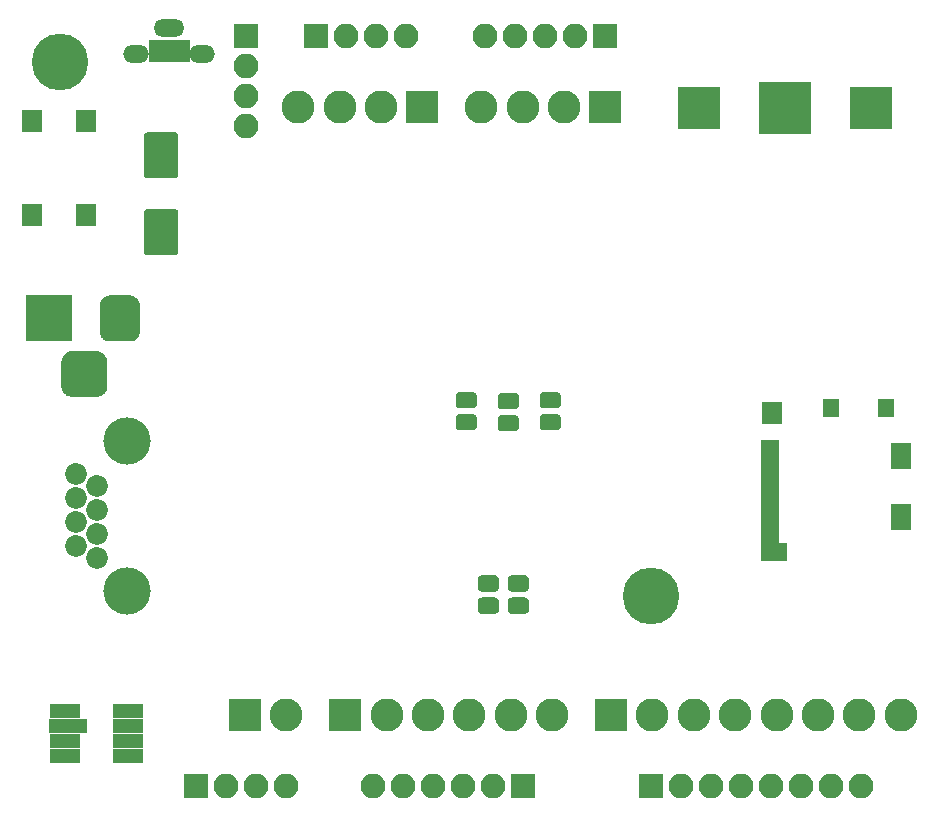
<source format=gbs>
G04 #@! TF.GenerationSoftware,KiCad,Pcbnew,(5.1.5)-3*
G04 #@! TF.CreationDate,2020-11-27T10:24:01+11:00*
G04 #@! TF.ProjectId,BoSL,426f534c-2e6b-4696-9361-645f70636258,0.4.2*
G04 #@! TF.SameCoordinates,Original*
G04 #@! TF.FileFunction,Soldermask,Bot*
G04 #@! TF.FilePolarity,Negative*
%FSLAX46Y46*%
G04 Gerber Fmt 4.6, Leading zero omitted, Abs format (unit mm)*
G04 Created by KiCad (PCBNEW (5.1.5)-3) date 2020-11-27 10:24:01*
%MOMM*%
%LPD*%
G04 APERTURE LIST*
%ADD10O,2.600000X1.500000*%
%ADD11O,2.200000X1.500000*%
%ADD12R,0.850000X1.900000*%
%ADD13R,3.600000X3.600000*%
%ADD14R,4.400000X4.400000*%
%ADD15R,1.700000X1.950000*%
%ADD16C,1.850000*%
%ADD17C,4.000000*%
%ADD18O,2.100000X2.100000*%
%ADD19R,2.100000X2.100000*%
%ADD20C,2.800000*%
%ADD21R,2.800000X2.800000*%
%ADD22C,4.800000*%
%ADD23C,0.100000*%
%ADD24R,3.900000X3.900000*%
%ADD25R,1.750000X2.300000*%
%ADD26R,1.400000X1.600000*%
%ADD27R,1.750000X1.950000*%
%ADD28R,2.200000X1.570000*%
%ADD29R,1.500000X1.150000*%
%ADD30R,1.500000X1.250000*%
%ADD31R,2.650000X1.300000*%
%ADD32R,3.200000X1.300000*%
G04 APERTURE END LIST*
D10*
X128100000Y-64825000D03*
D11*
X130900000Y-66975000D03*
X125300000Y-66975000D03*
D12*
X126800000Y-66725000D03*
X129400000Y-66725000D03*
X127450000Y-66725000D03*
X128750000Y-66725000D03*
X128100000Y-66725000D03*
D13*
X187500000Y-71600000D03*
X172900000Y-71600000D03*
D14*
X180200000Y-71600000D03*
D15*
X121000000Y-80650000D03*
X121000000Y-72700000D03*
X116500000Y-80650000D03*
X116500000Y-72700000D03*
D16*
X120182000Y-108710000D03*
X120182000Y-106670000D03*
X120182000Y-104630000D03*
X120182000Y-102590000D03*
X121960000Y-109690000D03*
X121960000Y-103570000D03*
X121960000Y-107650000D03*
X121960000Y-105610000D03*
D17*
X124500000Y-99800000D03*
X124500000Y-112500000D03*
D18*
X186620000Y-129000000D03*
X184080000Y-129000000D03*
X181540000Y-129000000D03*
X179000000Y-129000000D03*
X176460000Y-129000000D03*
X173920000Y-129000000D03*
X171380000Y-129000000D03*
D19*
X168840000Y-129000000D03*
D18*
X145340000Y-129000000D03*
X147880000Y-129000000D03*
X150420000Y-129000000D03*
X152960000Y-129000000D03*
X155500000Y-129000000D03*
D19*
X158040000Y-129000000D03*
D18*
X138000000Y-129000000D03*
X135460000Y-129000000D03*
X132920000Y-129000000D03*
D19*
X130380000Y-129000000D03*
D18*
X148120000Y-65500000D03*
X145580000Y-65500000D03*
X143040000Y-65500000D03*
D19*
X140500000Y-65500000D03*
D18*
X134600000Y-73120000D03*
X134600000Y-70580000D03*
X134600000Y-68040000D03*
D19*
X134600000Y-65500000D03*
D20*
X154500000Y-71500000D03*
X158000000Y-71500000D03*
X161500000Y-71500000D03*
D21*
X165000000Y-71500000D03*
D18*
X154840000Y-65500000D03*
X157380000Y-65500000D03*
X159920000Y-65500000D03*
X162460000Y-65500000D03*
D19*
X165000000Y-65500000D03*
D20*
X190000000Y-123000000D03*
X186500000Y-123000000D03*
X183000000Y-123000000D03*
X179500000Y-123000000D03*
X176000000Y-123000000D03*
X172500000Y-123000000D03*
X169000000Y-123000000D03*
D21*
X165500000Y-123000000D03*
D20*
X138000000Y-123000000D03*
D21*
X134500000Y-123000000D03*
D20*
X139000000Y-71500000D03*
X142500000Y-71500000D03*
X146000000Y-71500000D03*
D21*
X149500000Y-71500000D03*
D20*
X160500000Y-123000000D03*
X157000000Y-123000000D03*
X153500000Y-123000000D03*
X150000000Y-123000000D03*
X146500000Y-123000000D03*
D21*
X143000000Y-123000000D03*
D22*
X168900000Y-112900000D03*
X118800000Y-67700000D03*
D23*
G36*
X128588425Y-73651396D02*
G01*
X128616576Y-73655572D01*
X128644183Y-73662487D01*
X128670978Y-73672075D01*
X128696705Y-73684243D01*
X128721115Y-73698874D01*
X128743974Y-73715827D01*
X128765061Y-73734939D01*
X128784173Y-73756026D01*
X128801126Y-73778885D01*
X128815757Y-73803295D01*
X128827925Y-73829022D01*
X128837513Y-73855817D01*
X128844428Y-73883424D01*
X128848604Y-73911575D01*
X128850000Y-73940000D01*
X128850000Y-77260000D01*
X128848604Y-77288425D01*
X128844428Y-77316576D01*
X128837513Y-77344183D01*
X128827925Y-77370978D01*
X128815757Y-77396705D01*
X128801126Y-77421115D01*
X128784173Y-77443974D01*
X128765061Y-77465061D01*
X128743974Y-77484173D01*
X128721115Y-77501126D01*
X128696705Y-77515757D01*
X128670978Y-77527925D01*
X128644183Y-77537513D01*
X128616576Y-77544428D01*
X128588425Y-77548604D01*
X128560000Y-77550000D01*
X126240000Y-77550000D01*
X126211575Y-77548604D01*
X126183424Y-77544428D01*
X126155817Y-77537513D01*
X126129022Y-77527925D01*
X126103295Y-77515757D01*
X126078885Y-77501126D01*
X126056026Y-77484173D01*
X126034939Y-77465061D01*
X126015827Y-77443974D01*
X125998874Y-77421115D01*
X125984243Y-77396705D01*
X125972075Y-77370978D01*
X125962487Y-77344183D01*
X125955572Y-77316576D01*
X125951396Y-77288425D01*
X125950000Y-77260000D01*
X125950000Y-73940000D01*
X125951396Y-73911575D01*
X125955572Y-73883424D01*
X125962487Y-73855817D01*
X125972075Y-73829022D01*
X125984243Y-73803295D01*
X125998874Y-73778885D01*
X126015827Y-73756026D01*
X126034939Y-73734939D01*
X126056026Y-73715827D01*
X126078885Y-73698874D01*
X126103295Y-73684243D01*
X126129022Y-73672075D01*
X126155817Y-73662487D01*
X126183424Y-73655572D01*
X126211575Y-73651396D01*
X126240000Y-73650000D01*
X128560000Y-73650000D01*
X128588425Y-73651396D01*
G37*
G36*
X128588425Y-80151396D02*
G01*
X128616576Y-80155572D01*
X128644183Y-80162487D01*
X128670978Y-80172075D01*
X128696705Y-80184243D01*
X128721115Y-80198874D01*
X128743974Y-80215827D01*
X128765061Y-80234939D01*
X128784173Y-80256026D01*
X128801126Y-80278885D01*
X128815757Y-80303295D01*
X128827925Y-80329022D01*
X128837513Y-80355817D01*
X128844428Y-80383424D01*
X128848604Y-80411575D01*
X128850000Y-80440000D01*
X128850000Y-83760000D01*
X128848604Y-83788425D01*
X128844428Y-83816576D01*
X128837513Y-83844183D01*
X128827925Y-83870978D01*
X128815757Y-83896705D01*
X128801126Y-83921115D01*
X128784173Y-83943974D01*
X128765061Y-83965061D01*
X128743974Y-83984173D01*
X128721115Y-84001126D01*
X128696705Y-84015757D01*
X128670978Y-84027925D01*
X128644183Y-84037513D01*
X128616576Y-84044428D01*
X128588425Y-84048604D01*
X128560000Y-84050000D01*
X126240000Y-84050000D01*
X126211575Y-84048604D01*
X126183424Y-84044428D01*
X126155817Y-84037513D01*
X126129022Y-84027925D01*
X126103295Y-84015757D01*
X126078885Y-84001126D01*
X126056026Y-83984173D01*
X126034939Y-83965061D01*
X126015827Y-83943974D01*
X125998874Y-83921115D01*
X125984243Y-83896705D01*
X125972075Y-83870978D01*
X125962487Y-83844183D01*
X125955572Y-83816576D01*
X125951396Y-83788425D01*
X125950000Y-83760000D01*
X125950000Y-80440000D01*
X125951396Y-80411575D01*
X125955572Y-80383424D01*
X125962487Y-80355817D01*
X125972075Y-80329022D01*
X125984243Y-80303295D01*
X125998874Y-80278885D01*
X126015827Y-80256026D01*
X126034939Y-80234939D01*
X126056026Y-80215827D01*
X126078885Y-80198874D01*
X126103295Y-80184243D01*
X126129022Y-80172075D01*
X126155817Y-80162487D01*
X126183424Y-80155572D01*
X126211575Y-80151396D01*
X126240000Y-80150000D01*
X128560000Y-80150000D01*
X128588425Y-80151396D01*
G37*
G36*
X121970567Y-92154695D02*
G01*
X122065213Y-92168734D01*
X122158028Y-92191983D01*
X122248116Y-92224217D01*
X122334612Y-92265127D01*
X122416681Y-92314317D01*
X122493533Y-92371315D01*
X122564429Y-92435571D01*
X122628685Y-92506467D01*
X122685683Y-92583319D01*
X122734873Y-92665388D01*
X122775783Y-92751884D01*
X122808017Y-92841972D01*
X122831266Y-92934787D01*
X122845305Y-93029433D01*
X122850000Y-93125000D01*
X122850000Y-95075000D01*
X122845305Y-95170567D01*
X122831266Y-95265213D01*
X122808017Y-95358028D01*
X122775783Y-95448116D01*
X122734873Y-95534612D01*
X122685683Y-95616681D01*
X122628685Y-95693533D01*
X122564429Y-95764429D01*
X122493533Y-95828685D01*
X122416681Y-95885683D01*
X122334612Y-95934873D01*
X122248116Y-95975783D01*
X122158028Y-96008017D01*
X122065213Y-96031266D01*
X121970567Y-96045305D01*
X121875000Y-96050000D01*
X119925000Y-96050000D01*
X119829433Y-96045305D01*
X119734787Y-96031266D01*
X119641972Y-96008017D01*
X119551884Y-95975783D01*
X119465388Y-95934873D01*
X119383319Y-95885683D01*
X119306467Y-95828685D01*
X119235571Y-95764429D01*
X119171315Y-95693533D01*
X119114317Y-95616681D01*
X119065127Y-95534612D01*
X119024217Y-95448116D01*
X118991983Y-95358028D01*
X118968734Y-95265213D01*
X118954695Y-95170567D01*
X118950000Y-95075000D01*
X118950000Y-93125000D01*
X118954695Y-93029433D01*
X118968734Y-92934787D01*
X118991983Y-92841972D01*
X119024217Y-92751884D01*
X119065127Y-92665388D01*
X119114317Y-92583319D01*
X119171315Y-92506467D01*
X119235571Y-92435571D01*
X119306467Y-92371315D01*
X119383319Y-92314317D01*
X119465388Y-92265127D01*
X119551884Y-92224217D01*
X119641972Y-92191983D01*
X119734787Y-92168734D01*
X119829433Y-92154695D01*
X119925000Y-92150000D01*
X121875000Y-92150000D01*
X121970567Y-92154695D01*
G37*
G36*
X124833315Y-87454093D02*
G01*
X124915827Y-87466333D01*
X124996742Y-87486601D01*
X125075281Y-87514702D01*
X125150687Y-87550367D01*
X125222235Y-87593251D01*
X125289234Y-87642941D01*
X125351041Y-87698959D01*
X125407059Y-87760766D01*
X125456749Y-87827765D01*
X125499633Y-87899313D01*
X125535298Y-87974719D01*
X125563399Y-88053258D01*
X125583667Y-88134173D01*
X125595907Y-88216685D01*
X125600000Y-88300000D01*
X125600000Y-90500000D01*
X125595907Y-90583315D01*
X125583667Y-90665827D01*
X125563399Y-90746742D01*
X125535298Y-90825281D01*
X125499633Y-90900687D01*
X125456749Y-90972235D01*
X125407059Y-91039234D01*
X125351041Y-91101041D01*
X125289234Y-91157059D01*
X125222235Y-91206749D01*
X125150687Y-91249633D01*
X125075281Y-91285298D01*
X124996742Y-91313399D01*
X124915827Y-91333667D01*
X124833315Y-91345907D01*
X124750000Y-91350000D01*
X123050000Y-91350000D01*
X122966685Y-91345907D01*
X122884173Y-91333667D01*
X122803258Y-91313399D01*
X122724719Y-91285298D01*
X122649313Y-91249633D01*
X122577765Y-91206749D01*
X122510766Y-91157059D01*
X122448959Y-91101041D01*
X122392941Y-91039234D01*
X122343251Y-90972235D01*
X122300367Y-90900687D01*
X122264702Y-90825281D01*
X122236601Y-90746742D01*
X122216333Y-90665827D01*
X122204093Y-90583315D01*
X122200000Y-90500000D01*
X122200000Y-88300000D01*
X122204093Y-88216685D01*
X122216333Y-88134173D01*
X122236601Y-88053258D01*
X122264702Y-87974719D01*
X122300367Y-87899313D01*
X122343251Y-87827765D01*
X122392941Y-87760766D01*
X122448959Y-87698959D01*
X122510766Y-87642941D01*
X122577765Y-87593251D01*
X122649313Y-87550367D01*
X122724719Y-87514702D01*
X122803258Y-87486601D01*
X122884173Y-87466333D01*
X122966685Y-87454093D01*
X123050000Y-87450000D01*
X124750000Y-87450000D01*
X124833315Y-87454093D01*
G37*
D24*
X117900000Y-89400000D03*
D23*
G36*
X160931943Y-97511655D02*
G01*
X160965312Y-97516605D01*
X160998035Y-97524802D01*
X161029797Y-97536166D01*
X161060293Y-97550590D01*
X161089227Y-97567932D01*
X161116323Y-97588028D01*
X161141318Y-97610682D01*
X161163972Y-97635677D01*
X161184068Y-97662773D01*
X161201410Y-97691707D01*
X161215834Y-97722203D01*
X161227198Y-97753965D01*
X161235395Y-97786688D01*
X161240345Y-97820057D01*
X161242000Y-97853750D01*
X161242000Y-98541250D01*
X161240345Y-98574943D01*
X161235395Y-98608312D01*
X161227198Y-98641035D01*
X161215834Y-98672797D01*
X161201410Y-98703293D01*
X161184068Y-98732227D01*
X161163972Y-98759323D01*
X161141318Y-98784318D01*
X161116323Y-98806972D01*
X161089227Y-98827068D01*
X161060293Y-98844410D01*
X161029797Y-98858834D01*
X160998035Y-98870198D01*
X160965312Y-98878395D01*
X160931943Y-98883345D01*
X160898250Y-98885000D01*
X159785750Y-98885000D01*
X159752057Y-98883345D01*
X159718688Y-98878395D01*
X159685965Y-98870198D01*
X159654203Y-98858834D01*
X159623707Y-98844410D01*
X159594773Y-98827068D01*
X159567677Y-98806972D01*
X159542682Y-98784318D01*
X159520028Y-98759323D01*
X159499932Y-98732227D01*
X159482590Y-98703293D01*
X159468166Y-98672797D01*
X159456802Y-98641035D01*
X159448605Y-98608312D01*
X159443655Y-98574943D01*
X159442000Y-98541250D01*
X159442000Y-97853750D01*
X159443655Y-97820057D01*
X159448605Y-97786688D01*
X159456802Y-97753965D01*
X159468166Y-97722203D01*
X159482590Y-97691707D01*
X159499932Y-97662773D01*
X159520028Y-97635677D01*
X159542682Y-97610682D01*
X159567677Y-97588028D01*
X159594773Y-97567932D01*
X159623707Y-97550590D01*
X159654203Y-97536166D01*
X159685965Y-97524802D01*
X159718688Y-97516605D01*
X159752057Y-97511655D01*
X159785750Y-97510000D01*
X160898250Y-97510000D01*
X160931943Y-97511655D01*
G37*
G36*
X160931943Y-95636655D02*
G01*
X160965312Y-95641605D01*
X160998035Y-95649802D01*
X161029797Y-95661166D01*
X161060293Y-95675590D01*
X161089227Y-95692932D01*
X161116323Y-95713028D01*
X161141318Y-95735682D01*
X161163972Y-95760677D01*
X161184068Y-95787773D01*
X161201410Y-95816707D01*
X161215834Y-95847203D01*
X161227198Y-95878965D01*
X161235395Y-95911688D01*
X161240345Y-95945057D01*
X161242000Y-95978750D01*
X161242000Y-96666250D01*
X161240345Y-96699943D01*
X161235395Y-96733312D01*
X161227198Y-96766035D01*
X161215834Y-96797797D01*
X161201410Y-96828293D01*
X161184068Y-96857227D01*
X161163972Y-96884323D01*
X161141318Y-96909318D01*
X161116323Y-96931972D01*
X161089227Y-96952068D01*
X161060293Y-96969410D01*
X161029797Y-96983834D01*
X160998035Y-96995198D01*
X160965312Y-97003395D01*
X160931943Y-97008345D01*
X160898250Y-97010000D01*
X159785750Y-97010000D01*
X159752057Y-97008345D01*
X159718688Y-97003395D01*
X159685965Y-96995198D01*
X159654203Y-96983834D01*
X159623707Y-96969410D01*
X159594773Y-96952068D01*
X159567677Y-96931972D01*
X159542682Y-96909318D01*
X159520028Y-96884323D01*
X159499932Y-96857227D01*
X159482590Y-96828293D01*
X159468166Y-96797797D01*
X159456802Y-96766035D01*
X159448605Y-96733312D01*
X159443655Y-96699943D01*
X159442000Y-96666250D01*
X159442000Y-95978750D01*
X159443655Y-95945057D01*
X159448605Y-95911688D01*
X159456802Y-95878965D01*
X159468166Y-95847203D01*
X159482590Y-95816707D01*
X159499932Y-95787773D01*
X159520028Y-95760677D01*
X159542682Y-95735682D01*
X159567677Y-95713028D01*
X159594773Y-95692932D01*
X159623707Y-95675590D01*
X159654203Y-95661166D01*
X159685965Y-95649802D01*
X159718688Y-95641605D01*
X159752057Y-95636655D01*
X159785750Y-95635000D01*
X160898250Y-95635000D01*
X160931943Y-95636655D01*
G37*
G36*
X157375943Y-97591655D02*
G01*
X157409312Y-97596605D01*
X157442035Y-97604802D01*
X157473797Y-97616166D01*
X157504293Y-97630590D01*
X157533227Y-97647932D01*
X157560323Y-97668028D01*
X157585318Y-97690682D01*
X157607972Y-97715677D01*
X157628068Y-97742773D01*
X157645410Y-97771707D01*
X157659834Y-97802203D01*
X157671198Y-97833965D01*
X157679395Y-97866688D01*
X157684345Y-97900057D01*
X157686000Y-97933750D01*
X157686000Y-98621250D01*
X157684345Y-98654943D01*
X157679395Y-98688312D01*
X157671198Y-98721035D01*
X157659834Y-98752797D01*
X157645410Y-98783293D01*
X157628068Y-98812227D01*
X157607972Y-98839323D01*
X157585318Y-98864318D01*
X157560323Y-98886972D01*
X157533227Y-98907068D01*
X157504293Y-98924410D01*
X157473797Y-98938834D01*
X157442035Y-98950198D01*
X157409312Y-98958395D01*
X157375943Y-98963345D01*
X157342250Y-98965000D01*
X156229750Y-98965000D01*
X156196057Y-98963345D01*
X156162688Y-98958395D01*
X156129965Y-98950198D01*
X156098203Y-98938834D01*
X156067707Y-98924410D01*
X156038773Y-98907068D01*
X156011677Y-98886972D01*
X155986682Y-98864318D01*
X155964028Y-98839323D01*
X155943932Y-98812227D01*
X155926590Y-98783293D01*
X155912166Y-98752797D01*
X155900802Y-98721035D01*
X155892605Y-98688312D01*
X155887655Y-98654943D01*
X155886000Y-98621250D01*
X155886000Y-97933750D01*
X155887655Y-97900057D01*
X155892605Y-97866688D01*
X155900802Y-97833965D01*
X155912166Y-97802203D01*
X155926590Y-97771707D01*
X155943932Y-97742773D01*
X155964028Y-97715677D01*
X155986682Y-97690682D01*
X156011677Y-97668028D01*
X156038773Y-97647932D01*
X156067707Y-97630590D01*
X156098203Y-97616166D01*
X156129965Y-97604802D01*
X156162688Y-97596605D01*
X156196057Y-97591655D01*
X156229750Y-97590000D01*
X157342250Y-97590000D01*
X157375943Y-97591655D01*
G37*
G36*
X157375943Y-95716655D02*
G01*
X157409312Y-95721605D01*
X157442035Y-95729802D01*
X157473797Y-95741166D01*
X157504293Y-95755590D01*
X157533227Y-95772932D01*
X157560323Y-95793028D01*
X157585318Y-95815682D01*
X157607972Y-95840677D01*
X157628068Y-95867773D01*
X157645410Y-95896707D01*
X157659834Y-95927203D01*
X157671198Y-95958965D01*
X157679395Y-95991688D01*
X157684345Y-96025057D01*
X157686000Y-96058750D01*
X157686000Y-96746250D01*
X157684345Y-96779943D01*
X157679395Y-96813312D01*
X157671198Y-96846035D01*
X157659834Y-96877797D01*
X157645410Y-96908293D01*
X157628068Y-96937227D01*
X157607972Y-96964323D01*
X157585318Y-96989318D01*
X157560323Y-97011972D01*
X157533227Y-97032068D01*
X157504293Y-97049410D01*
X157473797Y-97063834D01*
X157442035Y-97075198D01*
X157409312Y-97083395D01*
X157375943Y-97088345D01*
X157342250Y-97090000D01*
X156229750Y-97090000D01*
X156196057Y-97088345D01*
X156162688Y-97083395D01*
X156129965Y-97075198D01*
X156098203Y-97063834D01*
X156067707Y-97049410D01*
X156038773Y-97032068D01*
X156011677Y-97011972D01*
X155986682Y-96989318D01*
X155964028Y-96964323D01*
X155943932Y-96937227D01*
X155926590Y-96908293D01*
X155912166Y-96877797D01*
X155900802Y-96846035D01*
X155892605Y-96813312D01*
X155887655Y-96779943D01*
X155886000Y-96746250D01*
X155886000Y-96058750D01*
X155887655Y-96025057D01*
X155892605Y-95991688D01*
X155900802Y-95958965D01*
X155912166Y-95927203D01*
X155926590Y-95896707D01*
X155943932Y-95867773D01*
X155964028Y-95840677D01*
X155986682Y-95815682D01*
X156011677Y-95793028D01*
X156038773Y-95772932D01*
X156067707Y-95755590D01*
X156098203Y-95741166D01*
X156129965Y-95729802D01*
X156162688Y-95721605D01*
X156196057Y-95716655D01*
X156229750Y-95715000D01*
X157342250Y-95715000D01*
X157375943Y-95716655D01*
G37*
G36*
X153819943Y-97511655D02*
G01*
X153853312Y-97516605D01*
X153886035Y-97524802D01*
X153917797Y-97536166D01*
X153948293Y-97550590D01*
X153977227Y-97567932D01*
X154004323Y-97588028D01*
X154029318Y-97610682D01*
X154051972Y-97635677D01*
X154072068Y-97662773D01*
X154089410Y-97691707D01*
X154103834Y-97722203D01*
X154115198Y-97753965D01*
X154123395Y-97786688D01*
X154128345Y-97820057D01*
X154130000Y-97853750D01*
X154130000Y-98541250D01*
X154128345Y-98574943D01*
X154123395Y-98608312D01*
X154115198Y-98641035D01*
X154103834Y-98672797D01*
X154089410Y-98703293D01*
X154072068Y-98732227D01*
X154051972Y-98759323D01*
X154029318Y-98784318D01*
X154004323Y-98806972D01*
X153977227Y-98827068D01*
X153948293Y-98844410D01*
X153917797Y-98858834D01*
X153886035Y-98870198D01*
X153853312Y-98878395D01*
X153819943Y-98883345D01*
X153786250Y-98885000D01*
X152673750Y-98885000D01*
X152640057Y-98883345D01*
X152606688Y-98878395D01*
X152573965Y-98870198D01*
X152542203Y-98858834D01*
X152511707Y-98844410D01*
X152482773Y-98827068D01*
X152455677Y-98806972D01*
X152430682Y-98784318D01*
X152408028Y-98759323D01*
X152387932Y-98732227D01*
X152370590Y-98703293D01*
X152356166Y-98672797D01*
X152344802Y-98641035D01*
X152336605Y-98608312D01*
X152331655Y-98574943D01*
X152330000Y-98541250D01*
X152330000Y-97853750D01*
X152331655Y-97820057D01*
X152336605Y-97786688D01*
X152344802Y-97753965D01*
X152356166Y-97722203D01*
X152370590Y-97691707D01*
X152387932Y-97662773D01*
X152408028Y-97635677D01*
X152430682Y-97610682D01*
X152455677Y-97588028D01*
X152482773Y-97567932D01*
X152511707Y-97550590D01*
X152542203Y-97536166D01*
X152573965Y-97524802D01*
X152606688Y-97516605D01*
X152640057Y-97511655D01*
X152673750Y-97510000D01*
X153786250Y-97510000D01*
X153819943Y-97511655D01*
G37*
G36*
X153819943Y-95636655D02*
G01*
X153853312Y-95641605D01*
X153886035Y-95649802D01*
X153917797Y-95661166D01*
X153948293Y-95675590D01*
X153977227Y-95692932D01*
X154004323Y-95713028D01*
X154029318Y-95735682D01*
X154051972Y-95760677D01*
X154072068Y-95787773D01*
X154089410Y-95816707D01*
X154103834Y-95847203D01*
X154115198Y-95878965D01*
X154123395Y-95911688D01*
X154128345Y-95945057D01*
X154130000Y-95978750D01*
X154130000Y-96666250D01*
X154128345Y-96699943D01*
X154123395Y-96733312D01*
X154115198Y-96766035D01*
X154103834Y-96797797D01*
X154089410Y-96828293D01*
X154072068Y-96857227D01*
X154051972Y-96884323D01*
X154029318Y-96909318D01*
X154004323Y-96931972D01*
X153977227Y-96952068D01*
X153948293Y-96969410D01*
X153917797Y-96983834D01*
X153886035Y-96995198D01*
X153853312Y-97003395D01*
X153819943Y-97008345D01*
X153786250Y-97010000D01*
X152673750Y-97010000D01*
X152640057Y-97008345D01*
X152606688Y-97003395D01*
X152573965Y-96995198D01*
X152542203Y-96983834D01*
X152511707Y-96969410D01*
X152482773Y-96952068D01*
X152455677Y-96931972D01*
X152430682Y-96909318D01*
X152408028Y-96884323D01*
X152387932Y-96857227D01*
X152370590Y-96828293D01*
X152356166Y-96797797D01*
X152344802Y-96766035D01*
X152336605Y-96733312D01*
X152331655Y-96699943D01*
X152330000Y-96666250D01*
X152330000Y-95978750D01*
X152331655Y-95945057D01*
X152336605Y-95911688D01*
X152344802Y-95878965D01*
X152356166Y-95847203D01*
X152370590Y-95816707D01*
X152387932Y-95787773D01*
X152408028Y-95760677D01*
X152430682Y-95735682D01*
X152455677Y-95713028D01*
X152482773Y-95692932D01*
X152511707Y-95675590D01*
X152542203Y-95661166D01*
X152573965Y-95649802D01*
X152606688Y-95641605D01*
X152640057Y-95636655D01*
X152673750Y-95635000D01*
X153786250Y-95635000D01*
X153819943Y-95636655D01*
G37*
G36*
X158229943Y-111156655D02*
G01*
X158263312Y-111161605D01*
X158296035Y-111169802D01*
X158327797Y-111181166D01*
X158358293Y-111195590D01*
X158387227Y-111212932D01*
X158414323Y-111233028D01*
X158439318Y-111255682D01*
X158461972Y-111280677D01*
X158482068Y-111307773D01*
X158499410Y-111336707D01*
X158513834Y-111367203D01*
X158525198Y-111398965D01*
X158533395Y-111431688D01*
X158538345Y-111465057D01*
X158540000Y-111498750D01*
X158540000Y-112186250D01*
X158538345Y-112219943D01*
X158533395Y-112253312D01*
X158525198Y-112286035D01*
X158513834Y-112317797D01*
X158499410Y-112348293D01*
X158482068Y-112377227D01*
X158461972Y-112404323D01*
X158439318Y-112429318D01*
X158414323Y-112451972D01*
X158387227Y-112472068D01*
X158358293Y-112489410D01*
X158327797Y-112503834D01*
X158296035Y-112515198D01*
X158263312Y-112523395D01*
X158229943Y-112528345D01*
X158196250Y-112530000D01*
X157083750Y-112530000D01*
X157050057Y-112528345D01*
X157016688Y-112523395D01*
X156983965Y-112515198D01*
X156952203Y-112503834D01*
X156921707Y-112489410D01*
X156892773Y-112472068D01*
X156865677Y-112451972D01*
X156840682Y-112429318D01*
X156818028Y-112404323D01*
X156797932Y-112377227D01*
X156780590Y-112348293D01*
X156766166Y-112317797D01*
X156754802Y-112286035D01*
X156746605Y-112253312D01*
X156741655Y-112219943D01*
X156740000Y-112186250D01*
X156740000Y-111498750D01*
X156741655Y-111465057D01*
X156746605Y-111431688D01*
X156754802Y-111398965D01*
X156766166Y-111367203D01*
X156780590Y-111336707D01*
X156797932Y-111307773D01*
X156818028Y-111280677D01*
X156840682Y-111255682D01*
X156865677Y-111233028D01*
X156892773Y-111212932D01*
X156921707Y-111195590D01*
X156952203Y-111181166D01*
X156983965Y-111169802D01*
X157016688Y-111161605D01*
X157050057Y-111156655D01*
X157083750Y-111155000D01*
X158196250Y-111155000D01*
X158229943Y-111156655D01*
G37*
G36*
X158229943Y-113031655D02*
G01*
X158263312Y-113036605D01*
X158296035Y-113044802D01*
X158327797Y-113056166D01*
X158358293Y-113070590D01*
X158387227Y-113087932D01*
X158414323Y-113108028D01*
X158439318Y-113130682D01*
X158461972Y-113155677D01*
X158482068Y-113182773D01*
X158499410Y-113211707D01*
X158513834Y-113242203D01*
X158525198Y-113273965D01*
X158533395Y-113306688D01*
X158538345Y-113340057D01*
X158540000Y-113373750D01*
X158540000Y-114061250D01*
X158538345Y-114094943D01*
X158533395Y-114128312D01*
X158525198Y-114161035D01*
X158513834Y-114192797D01*
X158499410Y-114223293D01*
X158482068Y-114252227D01*
X158461972Y-114279323D01*
X158439318Y-114304318D01*
X158414323Y-114326972D01*
X158387227Y-114347068D01*
X158358293Y-114364410D01*
X158327797Y-114378834D01*
X158296035Y-114390198D01*
X158263312Y-114398395D01*
X158229943Y-114403345D01*
X158196250Y-114405000D01*
X157083750Y-114405000D01*
X157050057Y-114403345D01*
X157016688Y-114398395D01*
X156983965Y-114390198D01*
X156952203Y-114378834D01*
X156921707Y-114364410D01*
X156892773Y-114347068D01*
X156865677Y-114326972D01*
X156840682Y-114304318D01*
X156818028Y-114279323D01*
X156797932Y-114252227D01*
X156780590Y-114223293D01*
X156766166Y-114192797D01*
X156754802Y-114161035D01*
X156746605Y-114128312D01*
X156741655Y-114094943D01*
X156740000Y-114061250D01*
X156740000Y-113373750D01*
X156741655Y-113340057D01*
X156746605Y-113306688D01*
X156754802Y-113273965D01*
X156766166Y-113242203D01*
X156780590Y-113211707D01*
X156797932Y-113182773D01*
X156818028Y-113155677D01*
X156840682Y-113130682D01*
X156865677Y-113108028D01*
X156892773Y-113087932D01*
X156921707Y-113070590D01*
X156952203Y-113056166D01*
X156983965Y-113044802D01*
X157016688Y-113036605D01*
X157050057Y-113031655D01*
X157083750Y-113030000D01*
X158196250Y-113030000D01*
X158229943Y-113031655D01*
G37*
G36*
X155689943Y-111156655D02*
G01*
X155723312Y-111161605D01*
X155756035Y-111169802D01*
X155787797Y-111181166D01*
X155818293Y-111195590D01*
X155847227Y-111212932D01*
X155874323Y-111233028D01*
X155899318Y-111255682D01*
X155921972Y-111280677D01*
X155942068Y-111307773D01*
X155959410Y-111336707D01*
X155973834Y-111367203D01*
X155985198Y-111398965D01*
X155993395Y-111431688D01*
X155998345Y-111465057D01*
X156000000Y-111498750D01*
X156000000Y-112186250D01*
X155998345Y-112219943D01*
X155993395Y-112253312D01*
X155985198Y-112286035D01*
X155973834Y-112317797D01*
X155959410Y-112348293D01*
X155942068Y-112377227D01*
X155921972Y-112404323D01*
X155899318Y-112429318D01*
X155874323Y-112451972D01*
X155847227Y-112472068D01*
X155818293Y-112489410D01*
X155787797Y-112503834D01*
X155756035Y-112515198D01*
X155723312Y-112523395D01*
X155689943Y-112528345D01*
X155656250Y-112530000D01*
X154543750Y-112530000D01*
X154510057Y-112528345D01*
X154476688Y-112523395D01*
X154443965Y-112515198D01*
X154412203Y-112503834D01*
X154381707Y-112489410D01*
X154352773Y-112472068D01*
X154325677Y-112451972D01*
X154300682Y-112429318D01*
X154278028Y-112404323D01*
X154257932Y-112377227D01*
X154240590Y-112348293D01*
X154226166Y-112317797D01*
X154214802Y-112286035D01*
X154206605Y-112253312D01*
X154201655Y-112219943D01*
X154200000Y-112186250D01*
X154200000Y-111498750D01*
X154201655Y-111465057D01*
X154206605Y-111431688D01*
X154214802Y-111398965D01*
X154226166Y-111367203D01*
X154240590Y-111336707D01*
X154257932Y-111307773D01*
X154278028Y-111280677D01*
X154300682Y-111255682D01*
X154325677Y-111233028D01*
X154352773Y-111212932D01*
X154381707Y-111195590D01*
X154412203Y-111181166D01*
X154443965Y-111169802D01*
X154476688Y-111161605D01*
X154510057Y-111156655D01*
X154543750Y-111155000D01*
X155656250Y-111155000D01*
X155689943Y-111156655D01*
G37*
G36*
X155689943Y-113031655D02*
G01*
X155723312Y-113036605D01*
X155756035Y-113044802D01*
X155787797Y-113056166D01*
X155818293Y-113070590D01*
X155847227Y-113087932D01*
X155874323Y-113108028D01*
X155899318Y-113130682D01*
X155921972Y-113155677D01*
X155942068Y-113182773D01*
X155959410Y-113211707D01*
X155973834Y-113242203D01*
X155985198Y-113273965D01*
X155993395Y-113306688D01*
X155998345Y-113340057D01*
X156000000Y-113373750D01*
X156000000Y-114061250D01*
X155998345Y-114094943D01*
X155993395Y-114128312D01*
X155985198Y-114161035D01*
X155973834Y-114192797D01*
X155959410Y-114223293D01*
X155942068Y-114252227D01*
X155921972Y-114279323D01*
X155899318Y-114304318D01*
X155874323Y-114326972D01*
X155847227Y-114347068D01*
X155818293Y-114364410D01*
X155787797Y-114378834D01*
X155756035Y-114390198D01*
X155723312Y-114398395D01*
X155689943Y-114403345D01*
X155656250Y-114405000D01*
X154543750Y-114405000D01*
X154510057Y-114403345D01*
X154476688Y-114398395D01*
X154443965Y-114390198D01*
X154412203Y-114378834D01*
X154381707Y-114364410D01*
X154352773Y-114347068D01*
X154325677Y-114326972D01*
X154300682Y-114304318D01*
X154278028Y-114279323D01*
X154257932Y-114252227D01*
X154240590Y-114223293D01*
X154226166Y-114192797D01*
X154214802Y-114161035D01*
X154206605Y-114128312D01*
X154201655Y-114094943D01*
X154200000Y-114061250D01*
X154200000Y-113373750D01*
X154201655Y-113340057D01*
X154206605Y-113306688D01*
X154214802Y-113273965D01*
X154226166Y-113242203D01*
X154240590Y-113211707D01*
X154257932Y-113182773D01*
X154278028Y-113155677D01*
X154300682Y-113130682D01*
X154325677Y-113108028D01*
X154352773Y-113087932D01*
X154381707Y-113070590D01*
X154412203Y-113056166D01*
X154443965Y-113044802D01*
X154476688Y-113036605D01*
X154510057Y-113031655D01*
X154543750Y-113030000D01*
X155656250Y-113030000D01*
X155689943Y-113031655D01*
G37*
D25*
X190075000Y-106195000D03*
X190075000Y-101075000D03*
D26*
X188775000Y-97015000D03*
X184075000Y-97015000D03*
D27*
X179100000Y-97400000D03*
D28*
X179325000Y-109140000D03*
D29*
X178975000Y-107940000D03*
D30*
X178975000Y-106890000D03*
X178975000Y-105790000D03*
X178975000Y-104690000D03*
X178975000Y-103590000D03*
X178975000Y-102490000D03*
X178975000Y-101390000D03*
X178975000Y-100290000D03*
D31*
X119250888Y-122629032D03*
D32*
X119525888Y-123879032D03*
D31*
X119250888Y-125179032D03*
X124600888Y-122629032D03*
X124600888Y-123879032D03*
X124600888Y-126429032D03*
X124600888Y-125179032D03*
X119250888Y-126429032D03*
M02*

</source>
